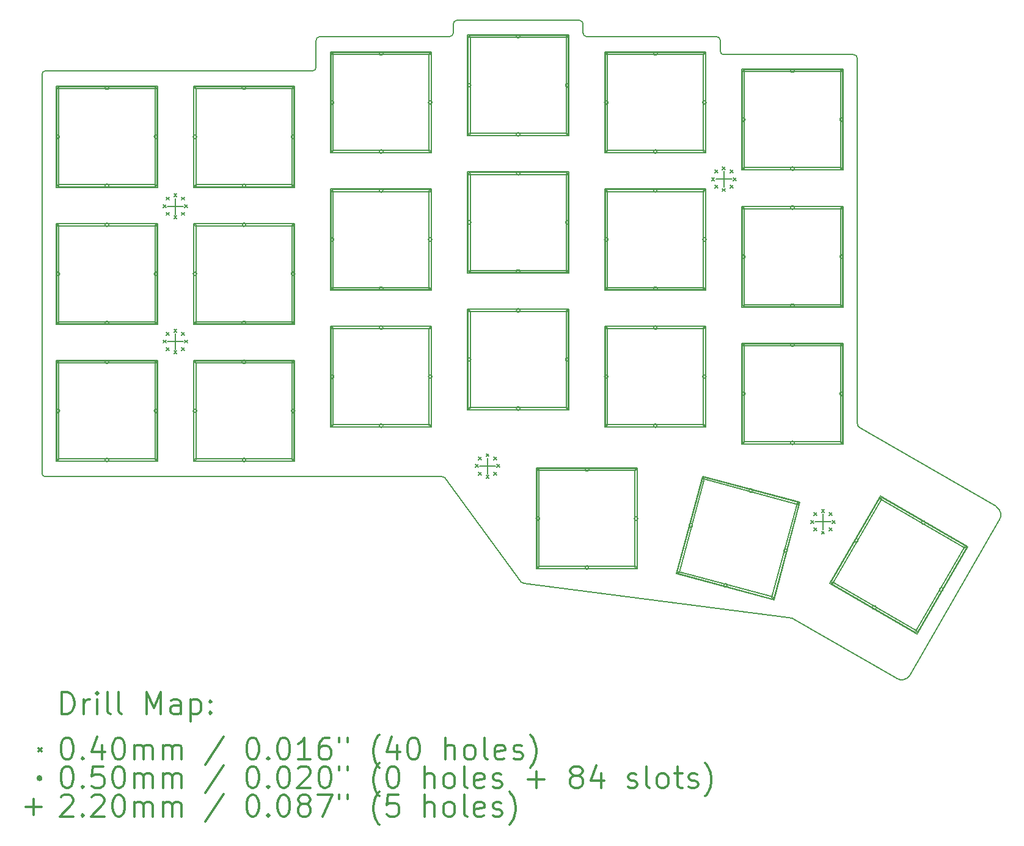
<source format=gbr>
%FSLAX45Y45*%
G04 Gerber Fmt 4.5, Leading zero omitted, Abs format (unit mm)*
G04 Created by KiCad (PCBNEW 5.1.5+dfsg1-2~bpo10+1) date 2020-09-05 13:18:23*
%MOMM*%
%LPD*%
G04 APERTURE LIST*
%TA.AperFunction,Profile*%
%ADD10C,0.150000*%
%TD*%
%ADD11C,0.200000*%
%ADD12C,0.300000*%
G04 APERTURE END LIST*
D10*
X6300000Y-8412500D02*
X7700000Y-8412500D01*
X6300000Y-7012500D02*
X7700000Y-7012500D01*
X6300000Y-8412500D02*
X6300000Y-7012500D01*
X7700000Y-7012500D02*
X7700000Y-8412500D01*
X18931000Y-13392500D02*
X17719000Y-12692500D01*
X18231000Y-14604500D02*
X18931000Y-13392500D01*
X17019000Y-13904500D02*
X18231000Y-14604500D01*
X17719000Y-12692500D02*
X17019000Y-13904500D01*
X16606000Y-12779500D02*
X15254000Y-12417500D01*
X16244000Y-14131500D02*
X16606000Y-12779500D01*
X14892000Y-13769500D02*
X16244000Y-14131500D01*
X15254000Y-12417500D02*
X14892000Y-13769500D01*
X14353000Y-12303500D02*
X12953000Y-12303500D01*
X14353000Y-13703500D02*
X14353000Y-12303500D01*
X12953000Y-13703500D02*
X14353000Y-13703500D01*
X12953000Y-12303500D02*
X12953000Y-13703500D01*
X17200000Y-6775000D02*
X17200000Y-8175000D01*
X15800000Y-8175000D02*
X17200000Y-8175000D01*
X15800000Y-11975000D02*
X17200000Y-11975000D01*
X17200000Y-10575000D02*
X17200000Y-11975000D01*
X15800000Y-11975000D02*
X15800000Y-10575000D01*
X15800000Y-10075000D02*
X17200000Y-10075000D01*
X15800000Y-8175000D02*
X15800000Y-6775000D01*
X15800000Y-10575000D02*
X17200000Y-10575000D01*
X17200000Y-8675000D02*
X17200000Y-10075000D01*
X15800000Y-10075000D02*
X15800000Y-8675000D01*
X15800000Y-8675000D02*
X17200000Y-8675000D01*
X15300000Y-6537500D02*
X15300000Y-7937500D01*
X13900000Y-7937500D02*
X15300000Y-7937500D01*
X13900000Y-11737500D02*
X15300000Y-11737500D01*
X15300000Y-10337500D02*
X15300000Y-11737500D01*
X13900000Y-11737500D02*
X13900000Y-10337500D01*
X13900000Y-9837500D02*
X15300000Y-9837500D01*
X13900000Y-7937500D02*
X13900000Y-6537500D01*
X13900000Y-10337500D02*
X15300000Y-10337500D01*
X15300000Y-8437500D02*
X15300000Y-9837500D01*
X13900000Y-9837500D02*
X13900000Y-8437500D01*
X13900000Y-8437500D02*
X15300000Y-8437500D01*
X12000000Y-11500000D02*
X13400000Y-11500000D01*
X13400000Y-8200000D02*
X13400000Y-9600000D01*
X12000000Y-9600000D02*
X12000000Y-8200000D01*
X12000000Y-8200000D02*
X13400000Y-8200000D01*
X12000000Y-9600000D02*
X13400000Y-9600000D01*
X12000000Y-7700000D02*
X13400000Y-7700000D01*
X13400000Y-10100000D02*
X13400000Y-11500000D01*
X12000000Y-11500000D02*
X12000000Y-10100000D01*
X12000000Y-10100000D02*
X13400000Y-10100000D01*
X13400000Y-6300000D02*
X13400000Y-7700000D01*
X12000000Y-7700000D02*
X12000000Y-6300000D01*
X11500000Y-6537500D02*
X11500000Y-7937500D01*
X10100000Y-7937500D02*
X10100000Y-6537500D01*
X10100000Y-7937500D02*
X11500000Y-7937500D01*
X11500000Y-10337500D02*
X11500000Y-11737500D01*
X10100000Y-11737500D02*
X10100000Y-10337500D01*
X10100000Y-10337500D02*
X11500000Y-10337500D01*
X10100000Y-11737500D02*
X11500000Y-11737500D01*
X11500000Y-8437500D02*
X11500000Y-9837500D01*
X10100000Y-9837500D02*
X10100000Y-8437500D01*
X10100000Y-8437500D02*
X11500000Y-8437500D01*
X10100000Y-9837500D02*
X11500000Y-9837500D01*
X15800000Y-6775000D02*
X17200000Y-6775000D01*
X13900000Y-6537500D02*
X15300000Y-6537500D01*
X12000000Y-6300000D02*
X13400000Y-6300000D01*
X10100000Y-6537500D02*
X11500000Y-6537500D01*
X9600000Y-7012500D02*
X9600000Y-8412500D01*
X8200000Y-8412500D02*
X8200000Y-7012500D01*
X8200000Y-7012500D02*
X9600000Y-7012500D01*
X8200000Y-8412500D02*
X9600000Y-8412500D01*
X9600000Y-10812500D02*
X9600000Y-12212500D01*
X8200000Y-12212500D02*
X8200000Y-10812500D01*
X8200000Y-10812500D02*
X9600000Y-10812500D01*
X8200000Y-12212500D02*
X9600000Y-12212500D01*
X9600000Y-8912500D02*
X9600000Y-10312500D01*
X8200000Y-10312500D02*
X8200000Y-8912500D01*
X8200000Y-8912500D02*
X9600000Y-8912500D01*
X8200000Y-10312500D02*
X9600000Y-10312500D01*
X7700000Y-10812500D02*
X7700000Y-12212500D01*
X6300000Y-12212500D02*
X6300000Y-10812500D01*
X6300000Y-10812500D02*
X7700000Y-10812500D01*
X6300000Y-12212500D02*
X7700000Y-12212500D01*
X7700000Y-8912500D02*
X7700000Y-10312500D01*
X6300000Y-10312500D02*
X6300000Y-8912500D01*
X6300000Y-8912500D02*
X7700000Y-8912500D01*
X6300000Y-10312500D02*
X7700000Y-10312500D01*
X17435000Y-11747500D02*
G75*
G02X17399728Y-11681019I49728J68981D01*
G01*
X19327051Y-12839699D02*
G75*
G02X19365000Y-13032500I-77051J-115301D01*
G01*
X19327051Y-12839699D02*
X17435000Y-11747500D01*
X18129726Y-15178146D02*
G75*
G02X17936925Y-15216096I-115301J77051D01*
G01*
X16442056Y-14377034D02*
G75*
G02X16507500Y-14390000I-33315J-339810D01*
G01*
X18129726Y-15178146D02*
X19365000Y-13032500D01*
X16507500Y-14390000D02*
X17936925Y-15216096D01*
X12775000Y-13900000D02*
X16442056Y-14377034D01*
X12739645Y-13885355D02*
G75*
G03X12775000Y-13900000I35355J35355D01*
G01*
X11685355Y-12439645D02*
X12739645Y-13885355D01*
X17400000Y-6625000D02*
X17399728Y-11681019D01*
X17400000Y-6625000D02*
G75*
G03X17350000Y-6575000I-50000J0D01*
G01*
X11685355Y-12439645D02*
G75*
G03X11650000Y-12425000I-35355J-35355D01*
G01*
X6100000Y-12375000D02*
G75*
G03X6150000Y-12425000I50000J0D01*
G01*
X6150000Y-6800000D02*
G75*
G03X6100000Y-6850000I0J-50000D01*
G01*
X9850000Y-6800000D02*
G75*
G03X9900000Y-6750000I0J50000D01*
G01*
X9950000Y-6325000D02*
G75*
G03X9900000Y-6375000I0J-50000D01*
G01*
X11750000Y-6325000D02*
G75*
G03X11800000Y-6275000I0J50000D01*
G01*
X11850000Y-6100000D02*
G75*
G03X11800000Y-6150000I0J-50000D01*
G01*
X13600000Y-6150000D02*
G75*
G03X13550000Y-6100000I-50000J0D01*
G01*
X13600000Y-6275000D02*
G75*
G03X13650000Y-6325000I50000J0D01*
G01*
X15500000Y-6375000D02*
G75*
G03X15450000Y-6325000I-50000J0D01*
G01*
X15500000Y-6525000D02*
G75*
G03X15550000Y-6575000I50000J0D01*
G01*
X11650000Y-12425000D02*
X6150000Y-12425000D01*
X6100000Y-6850000D02*
X6100000Y-12375000D01*
X9850000Y-6800000D02*
X6150000Y-6800000D01*
X9900000Y-6375000D02*
X9900000Y-6750000D01*
X11750000Y-6325000D02*
X9950000Y-6325000D01*
X11800000Y-6150000D02*
X11800000Y-6275000D01*
X13550000Y-6100000D02*
X11850000Y-6100000D01*
X13600000Y-6275000D02*
X13600000Y-6150000D01*
X15450000Y-6325000D02*
X13650000Y-6325000D01*
X15500000Y-6525000D02*
X15500000Y-6375000D01*
X17350000Y-6575000D02*
X15550000Y-6575000D01*
D11*
X16755000Y-13030000D02*
X16795000Y-13070000D01*
X16795000Y-13030000D02*
X16755000Y-13070000D01*
X16799000Y-12924000D02*
X16839000Y-12964000D01*
X16839000Y-12924000D02*
X16799000Y-12964000D01*
X16799000Y-13136000D02*
X16839000Y-13176000D01*
X16839000Y-13136000D02*
X16799000Y-13176000D01*
X16905000Y-12880000D02*
X16945000Y-12920000D01*
X16945000Y-12880000D02*
X16905000Y-12920000D01*
X16905000Y-13180000D02*
X16945000Y-13220000D01*
X16945000Y-13180000D02*
X16905000Y-13220000D01*
X17011000Y-12924000D02*
X17051000Y-12964000D01*
X17051000Y-12924000D02*
X17011000Y-12964000D01*
X17011000Y-13136000D02*
X17051000Y-13176000D01*
X17051000Y-13136000D02*
X17011000Y-13176000D01*
X17055000Y-13030000D02*
X17095000Y-13070000D01*
X17095000Y-13030000D02*
X17055000Y-13070000D01*
X15380000Y-8280000D02*
X15420000Y-8320000D01*
X15420000Y-8280000D02*
X15380000Y-8320000D01*
X15424000Y-8174000D02*
X15464000Y-8214000D01*
X15464000Y-8174000D02*
X15424000Y-8214000D01*
X15424000Y-8386000D02*
X15464000Y-8426000D01*
X15464000Y-8386000D02*
X15424000Y-8426000D01*
X15530000Y-8130000D02*
X15570000Y-8170000D01*
X15570000Y-8130000D02*
X15530000Y-8170000D01*
X15530000Y-8430000D02*
X15570000Y-8470000D01*
X15570000Y-8430000D02*
X15530000Y-8470000D01*
X15636000Y-8174000D02*
X15676000Y-8214000D01*
X15676000Y-8174000D02*
X15636000Y-8214000D01*
X15636000Y-8386000D02*
X15676000Y-8426000D01*
X15676000Y-8386000D02*
X15636000Y-8426000D01*
X15680000Y-8280000D02*
X15720000Y-8320000D01*
X15720000Y-8280000D02*
X15680000Y-8320000D01*
X7780000Y-8655000D02*
X7820000Y-8695000D01*
X7820000Y-8655000D02*
X7780000Y-8695000D01*
X7824000Y-8549000D02*
X7864000Y-8589000D01*
X7864000Y-8549000D02*
X7824000Y-8589000D01*
X7824000Y-8761000D02*
X7864000Y-8801000D01*
X7864000Y-8761000D02*
X7824000Y-8801000D01*
X7930000Y-8505000D02*
X7970000Y-8545000D01*
X7970000Y-8505000D02*
X7930000Y-8545000D01*
X7930000Y-8805000D02*
X7970000Y-8845000D01*
X7970000Y-8805000D02*
X7930000Y-8845000D01*
X8036000Y-8549000D02*
X8076000Y-8589000D01*
X8076000Y-8549000D02*
X8036000Y-8589000D01*
X8036000Y-8761000D02*
X8076000Y-8801000D01*
X8076000Y-8761000D02*
X8036000Y-8801000D01*
X8080000Y-8655000D02*
X8120000Y-8695000D01*
X8120000Y-8655000D02*
X8080000Y-8695000D01*
X12105000Y-12255000D02*
X12145000Y-12295000D01*
X12145000Y-12255000D02*
X12105000Y-12295000D01*
X12149000Y-12149000D02*
X12189000Y-12189000D01*
X12189000Y-12149000D02*
X12149000Y-12189000D01*
X12149000Y-12361000D02*
X12189000Y-12401000D01*
X12189000Y-12361000D02*
X12149000Y-12401000D01*
X12255000Y-12105000D02*
X12295000Y-12145000D01*
X12295000Y-12105000D02*
X12255000Y-12145000D01*
X12255000Y-12405000D02*
X12295000Y-12445000D01*
X12295000Y-12405000D02*
X12255000Y-12445000D01*
X12361000Y-12149000D02*
X12401000Y-12189000D01*
X12401000Y-12149000D02*
X12361000Y-12189000D01*
X12361000Y-12361000D02*
X12401000Y-12401000D01*
X12401000Y-12361000D02*
X12361000Y-12401000D01*
X12405000Y-12255000D02*
X12445000Y-12295000D01*
X12445000Y-12255000D02*
X12405000Y-12295000D01*
X7780000Y-10530000D02*
X7820000Y-10570000D01*
X7820000Y-10530000D02*
X7780000Y-10570000D01*
X7824000Y-10424000D02*
X7864000Y-10464000D01*
X7864000Y-10424000D02*
X7824000Y-10464000D01*
X7824000Y-10636000D02*
X7864000Y-10676000D01*
X7864000Y-10636000D02*
X7824000Y-10676000D01*
X7930000Y-10380000D02*
X7970000Y-10420000D01*
X7970000Y-10380000D02*
X7930000Y-10420000D01*
X7930000Y-10680000D02*
X7970000Y-10720000D01*
X7970000Y-10680000D02*
X7930000Y-10720000D01*
X8036000Y-10424000D02*
X8076000Y-10464000D01*
X8076000Y-10424000D02*
X8036000Y-10464000D01*
X8036000Y-10636000D02*
X8076000Y-10676000D01*
X8076000Y-10636000D02*
X8036000Y-10676000D01*
X8080000Y-10530000D02*
X8120000Y-10570000D01*
X8120000Y-10530000D02*
X8080000Y-10570000D01*
X12046000Y-8900000D02*
G75*
G03X12046000Y-8900000I-25000J0D01*
G01*
X12006000Y-8225000D02*
X12006000Y-9575000D01*
X12036000Y-8225000D02*
X12036000Y-9575000D01*
X12006000Y-9575000D02*
G75*
G03X12036000Y-9575000I15000J0D01*
G01*
X12036000Y-8225000D02*
G75*
G03X12006000Y-8225000I-15000J0D01*
G01*
X12726000Y-8220000D02*
G75*
G03X12726000Y-8220000I-25000J0D01*
G01*
X12026000Y-8235000D02*
X13376000Y-8235000D01*
X12026000Y-8205000D02*
X13376000Y-8205000D01*
X13376000Y-8235000D02*
G75*
G03X13376000Y-8205000I0J15000D01*
G01*
X12026000Y-8205000D02*
G75*
G03X12026000Y-8235000I0J-15000D01*
G01*
X12726000Y-9580000D02*
G75*
G03X12726000Y-9580000I-25000J0D01*
G01*
X12026000Y-9595000D02*
X13376000Y-9595000D01*
X12026000Y-9565000D02*
X13376000Y-9565000D01*
X13376000Y-9595000D02*
G75*
G03X13376000Y-9565000I0J15000D01*
G01*
X12026000Y-9565000D02*
G75*
G03X12026000Y-9595000I0J-15000D01*
G01*
X13406000Y-8900000D02*
G75*
G03X13406000Y-8900000I-25000J0D01*
G01*
X13366000Y-8225000D02*
X13366000Y-9575000D01*
X13396000Y-8225000D02*
X13396000Y-9575000D01*
X13366000Y-9575000D02*
G75*
G03X13396000Y-9575000I15000J0D01*
G01*
X13396000Y-8225000D02*
G75*
G03X13366000Y-8225000I-15000J0D01*
G01*
X15117370Y-13098403D02*
G75*
G03X15117370Y-13098403I-25000J0D01*
G01*
X15252584Y-12442521D02*
X14903179Y-13746521D01*
X15281562Y-12450285D02*
X14932156Y-13754285D01*
X14903179Y-13746521D02*
G75*
G03X14932156Y-13754285I14489J-3882D01*
G01*
X15281562Y-12450285D02*
G75*
G03X15252584Y-12442521I-14489J3882D01*
G01*
X15598203Y-13931230D02*
G75*
G03X15598203Y-13931230I-25000J0D01*
G01*
X14917321Y-13771016D02*
X16221321Y-14120421D01*
X14925085Y-13742038D02*
X16229085Y-14091444D01*
X16221321Y-14120421D02*
G75*
G03X16229085Y-14091444I3882J14489D01*
G01*
X14925085Y-13742038D02*
G75*
G03X14917321Y-13771016I-3882J-14489D01*
G01*
X15950197Y-12617570D02*
G75*
G03X15950197Y-12617570I-25000J0D01*
G01*
X15269315Y-12457356D02*
X16573315Y-12806762D01*
X15277079Y-12428379D02*
X16581079Y-12777784D01*
X16573315Y-12806762D02*
G75*
G03X16581079Y-12777784I3882J14489D01*
G01*
X15277079Y-12428379D02*
G75*
G03X15269315Y-12457356I-3882J-14489D01*
G01*
X16431030Y-13450397D02*
G75*
G03X16431030Y-13450397I-25000J0D01*
G01*
X16566244Y-12794515D02*
X16216838Y-14098515D01*
X16595221Y-12802279D02*
X16245816Y-14106279D01*
X16216838Y-14098515D02*
G75*
G03X16245816Y-14106279I14489J-3882D01*
G01*
X16595221Y-12802279D02*
G75*
G03X16566244Y-12794515I-14489J3882D01*
G01*
X13946000Y-11037500D02*
G75*
G03X13946000Y-11037500I-25000J0D01*
G01*
X13906000Y-10362500D02*
X13906000Y-11712500D01*
X13936000Y-10362500D02*
X13936000Y-11712500D01*
X13906000Y-11712500D02*
G75*
G03X13936000Y-11712500I15000J0D01*
G01*
X13936000Y-10362500D02*
G75*
G03X13906000Y-10362500I-15000J0D01*
G01*
X14626000Y-10357500D02*
G75*
G03X14626000Y-10357500I-25000J0D01*
G01*
X13926000Y-10372500D02*
X15276000Y-10372500D01*
X13926000Y-10342500D02*
X15276000Y-10342500D01*
X15276000Y-10372500D02*
G75*
G03X15276000Y-10342500I0J15000D01*
G01*
X13926000Y-10342500D02*
G75*
G03X13926000Y-10372500I0J-15000D01*
G01*
X14626000Y-11717500D02*
G75*
G03X14626000Y-11717500I-25000J0D01*
G01*
X13926000Y-11732500D02*
X15276000Y-11732500D01*
X13926000Y-11702500D02*
X15276000Y-11702500D01*
X15276000Y-11732500D02*
G75*
G03X15276000Y-11702500I0J15000D01*
G01*
X13926000Y-11702500D02*
G75*
G03X13926000Y-11732500I0J-15000D01*
G01*
X15306000Y-11037500D02*
G75*
G03X15306000Y-11037500I-25000J0D01*
G01*
X15266000Y-10362500D02*
X15266000Y-11712500D01*
X15296000Y-10362500D02*
X15296000Y-11712500D01*
X15266000Y-11712500D02*
G75*
G03X15296000Y-11712500I15000J0D01*
G01*
X15296000Y-10362500D02*
G75*
G03X15266000Y-10362500I-15000J0D01*
G01*
X12046000Y-10800000D02*
G75*
G03X12046000Y-10800000I-25000J0D01*
G01*
X12006000Y-10125000D02*
X12006000Y-11475000D01*
X12036000Y-10125000D02*
X12036000Y-11475000D01*
X12006000Y-11475000D02*
G75*
G03X12036000Y-11475000I15000J0D01*
G01*
X12036000Y-10125000D02*
G75*
G03X12006000Y-10125000I-15000J0D01*
G01*
X12726000Y-10120000D02*
G75*
G03X12726000Y-10120000I-25000J0D01*
G01*
X12026000Y-10135000D02*
X13376000Y-10135000D01*
X12026000Y-10105000D02*
X13376000Y-10105000D01*
X13376000Y-10135000D02*
G75*
G03X13376000Y-10105000I0J15000D01*
G01*
X12026000Y-10105000D02*
G75*
G03X12026000Y-10135000I0J-15000D01*
G01*
X12726000Y-11480000D02*
G75*
G03X12726000Y-11480000I-25000J0D01*
G01*
X12026000Y-11495000D02*
X13376000Y-11495000D01*
X12026000Y-11465000D02*
X13376000Y-11465000D01*
X13376000Y-11495000D02*
G75*
G03X13376000Y-11465000I0J15000D01*
G01*
X12026000Y-11465000D02*
G75*
G03X12026000Y-11495000I0J-15000D01*
G01*
X13406000Y-10800000D02*
G75*
G03X13406000Y-10800000I-25000J0D01*
G01*
X13366000Y-10125000D02*
X13366000Y-11475000D01*
X13396000Y-10125000D02*
X13396000Y-11475000D01*
X13366000Y-11475000D02*
G75*
G03X13396000Y-11475000I15000J0D01*
G01*
X13396000Y-10125000D02*
G75*
G03X13366000Y-10125000I-15000J0D01*
G01*
X8246000Y-7712500D02*
G75*
G03X8246000Y-7712500I-25000J0D01*
G01*
X8206000Y-7037500D02*
X8206000Y-8387500D01*
X8236000Y-7037500D02*
X8236000Y-8387500D01*
X8206000Y-8387500D02*
G75*
G03X8236000Y-8387500I15000J0D01*
G01*
X8236000Y-7037500D02*
G75*
G03X8206000Y-7037500I-15000J0D01*
G01*
X8926000Y-7032500D02*
G75*
G03X8926000Y-7032500I-25000J0D01*
G01*
X8226000Y-7047500D02*
X9576000Y-7047500D01*
X8226000Y-7017500D02*
X9576000Y-7017500D01*
X9576000Y-7047500D02*
G75*
G03X9576000Y-7017500I0J15000D01*
G01*
X8226000Y-7017500D02*
G75*
G03X8226000Y-7047500I0J-15000D01*
G01*
X8926000Y-8392500D02*
G75*
G03X8926000Y-8392500I-25000J0D01*
G01*
X8226000Y-8407500D02*
X9576000Y-8407500D01*
X8226000Y-8377500D02*
X9576000Y-8377500D01*
X9576000Y-8407500D02*
G75*
G03X9576000Y-8377500I0J15000D01*
G01*
X8226000Y-8377500D02*
G75*
G03X8226000Y-8407500I0J-15000D01*
G01*
X9606000Y-7712500D02*
G75*
G03X9606000Y-7712500I-25000J0D01*
G01*
X9566000Y-7037500D02*
X9566000Y-8387500D01*
X9596000Y-7037500D02*
X9596000Y-8387500D01*
X9566000Y-8387500D02*
G75*
G03X9596000Y-8387500I15000J0D01*
G01*
X9596000Y-7037500D02*
G75*
G03X9566000Y-7037500I-15000J0D01*
G01*
X12998000Y-13003500D02*
G75*
G03X12998000Y-13003500I-25000J0D01*
G01*
X12958000Y-12328500D02*
X12958000Y-13678500D01*
X12988000Y-12328500D02*
X12988000Y-13678500D01*
X12958000Y-13678500D02*
G75*
G03X12988000Y-13678500I15000J0D01*
G01*
X12988000Y-12328500D02*
G75*
G03X12958000Y-12328500I-15000J0D01*
G01*
X13678000Y-12323500D02*
G75*
G03X13678000Y-12323500I-25000J0D01*
G01*
X12978000Y-12338500D02*
X14328000Y-12338500D01*
X12978000Y-12308500D02*
X14328000Y-12308500D01*
X14328000Y-12338500D02*
G75*
G03X14328000Y-12308500I0J15000D01*
G01*
X12978000Y-12308500D02*
G75*
G03X12978000Y-12338500I0J-15000D01*
G01*
X13678000Y-13683500D02*
G75*
G03X13678000Y-13683500I-25000J0D01*
G01*
X12978000Y-13698500D02*
X14328000Y-13698500D01*
X12978000Y-13668500D02*
X14328000Y-13668500D01*
X14328000Y-13698500D02*
G75*
G03X14328000Y-13668500I0J15000D01*
G01*
X12978000Y-13668500D02*
G75*
G03X12978000Y-13698500I0J-15000D01*
G01*
X14358000Y-13003500D02*
G75*
G03X14358000Y-13003500I-25000J0D01*
G01*
X14318000Y-12328500D02*
X14318000Y-13678500D01*
X14348000Y-12328500D02*
X14348000Y-13678500D01*
X14318000Y-13678500D02*
G75*
G03X14348000Y-13678500I15000J0D01*
G01*
X14348000Y-12328500D02*
G75*
G03X14318000Y-12328500I-15000J0D01*
G01*
X15846000Y-11275000D02*
G75*
G03X15846000Y-11275000I-25000J0D01*
G01*
X15806000Y-10600000D02*
X15806000Y-11950000D01*
X15836000Y-10600000D02*
X15836000Y-11950000D01*
X15806000Y-11950000D02*
G75*
G03X15836000Y-11950000I15000J0D01*
G01*
X15836000Y-10600000D02*
G75*
G03X15806000Y-10600000I-15000J0D01*
G01*
X16526000Y-10595000D02*
G75*
G03X16526000Y-10595000I-25000J0D01*
G01*
X15826000Y-10610000D02*
X17176000Y-10610000D01*
X15826000Y-10580000D02*
X17176000Y-10580000D01*
X17176000Y-10610000D02*
G75*
G03X17176000Y-10580000I0J15000D01*
G01*
X15826000Y-10580000D02*
G75*
G03X15826000Y-10610000I0J-15000D01*
G01*
X16526000Y-11955000D02*
G75*
G03X16526000Y-11955000I-25000J0D01*
G01*
X15826000Y-11970000D02*
X17176000Y-11970000D01*
X15826000Y-11940000D02*
X17176000Y-11940000D01*
X17176000Y-11970000D02*
G75*
G03X17176000Y-11940000I0J15000D01*
G01*
X15826000Y-11940000D02*
G75*
G03X15826000Y-11970000I0J-15000D01*
G01*
X17206000Y-11275000D02*
G75*
G03X17206000Y-11275000I-25000J0D01*
G01*
X17166000Y-10600000D02*
X17166000Y-11950000D01*
X17196000Y-10600000D02*
X17196000Y-11950000D01*
X17166000Y-11950000D02*
G75*
G03X17196000Y-11950000I15000J0D01*
G01*
X17196000Y-10600000D02*
G75*
G03X17166000Y-10600000I-15000J0D01*
G01*
X12046000Y-7000000D02*
G75*
G03X12046000Y-7000000I-25000J0D01*
G01*
X12006000Y-6325000D02*
X12006000Y-7675000D01*
X12036000Y-6325000D02*
X12036000Y-7675000D01*
X12006000Y-7675000D02*
G75*
G03X12036000Y-7675000I15000J0D01*
G01*
X12036000Y-6325000D02*
G75*
G03X12006000Y-6325000I-15000J0D01*
G01*
X12726000Y-6320000D02*
G75*
G03X12726000Y-6320000I-25000J0D01*
G01*
X12026000Y-6335000D02*
X13376000Y-6335000D01*
X12026000Y-6305000D02*
X13376000Y-6305000D01*
X13376000Y-6335000D02*
G75*
G03X13376000Y-6305000I0J15000D01*
G01*
X12026000Y-6305000D02*
G75*
G03X12026000Y-6335000I0J-15000D01*
G01*
X12726000Y-7680000D02*
G75*
G03X12726000Y-7680000I-25000J0D01*
G01*
X12026000Y-7695000D02*
X13376000Y-7695000D01*
X12026000Y-7665000D02*
X13376000Y-7665000D01*
X13376000Y-7695000D02*
G75*
G03X13376000Y-7665000I0J15000D01*
G01*
X12026000Y-7665000D02*
G75*
G03X12026000Y-7695000I0J-15000D01*
G01*
X13406000Y-7000000D02*
G75*
G03X13406000Y-7000000I-25000J0D01*
G01*
X13366000Y-6325000D02*
X13366000Y-7675000D01*
X13396000Y-6325000D02*
X13396000Y-7675000D01*
X13366000Y-7675000D02*
G75*
G03X13396000Y-7675000I15000J0D01*
G01*
X13396000Y-6325000D02*
G75*
G03X13366000Y-6325000I-15000J0D01*
G01*
X6346000Y-11512500D02*
G75*
G03X6346000Y-11512500I-25000J0D01*
G01*
X6306000Y-10837500D02*
X6306000Y-12187500D01*
X6336000Y-10837500D02*
X6336000Y-12187500D01*
X6306000Y-12187500D02*
G75*
G03X6336000Y-12187500I15000J0D01*
G01*
X6336000Y-10837500D02*
G75*
G03X6306000Y-10837500I-15000J0D01*
G01*
X7026000Y-10832500D02*
G75*
G03X7026000Y-10832500I-25000J0D01*
G01*
X6326000Y-10847500D02*
X7676000Y-10847500D01*
X6326000Y-10817500D02*
X7676000Y-10817500D01*
X7676000Y-10847500D02*
G75*
G03X7676000Y-10817500I0J15000D01*
G01*
X6326000Y-10817500D02*
G75*
G03X6326000Y-10847500I0J-15000D01*
G01*
X7026000Y-12192500D02*
G75*
G03X7026000Y-12192500I-25000J0D01*
G01*
X6326000Y-12207500D02*
X7676000Y-12207500D01*
X6326000Y-12177500D02*
X7676000Y-12177500D01*
X7676000Y-12207500D02*
G75*
G03X7676000Y-12177500I0J15000D01*
G01*
X6326000Y-12177500D02*
G75*
G03X6326000Y-12207500I0J-15000D01*
G01*
X7706000Y-11512500D02*
G75*
G03X7706000Y-11512500I-25000J0D01*
G01*
X7666000Y-10837500D02*
X7666000Y-12187500D01*
X7696000Y-10837500D02*
X7696000Y-12187500D01*
X7666000Y-12187500D02*
G75*
G03X7696000Y-12187500I15000J0D01*
G01*
X7696000Y-10837500D02*
G75*
G03X7666000Y-10837500I-15000J0D01*
G01*
X6346000Y-9612500D02*
G75*
G03X6346000Y-9612500I-25000J0D01*
G01*
X6306000Y-8937500D02*
X6306000Y-10287500D01*
X6336000Y-8937500D02*
X6336000Y-10287500D01*
X6306000Y-10287500D02*
G75*
G03X6336000Y-10287500I15000J0D01*
G01*
X6336000Y-8937500D02*
G75*
G03X6306000Y-8937500I-15000J0D01*
G01*
X7026000Y-8932500D02*
G75*
G03X7026000Y-8932500I-25000J0D01*
G01*
X6326000Y-8947500D02*
X7676000Y-8947500D01*
X6326000Y-8917500D02*
X7676000Y-8917500D01*
X7676000Y-8947500D02*
G75*
G03X7676000Y-8917500I0J15000D01*
G01*
X6326000Y-8917500D02*
G75*
G03X6326000Y-8947500I0J-15000D01*
G01*
X7026000Y-10292500D02*
G75*
G03X7026000Y-10292500I-25000J0D01*
G01*
X6326000Y-10307500D02*
X7676000Y-10307500D01*
X6326000Y-10277500D02*
X7676000Y-10277500D01*
X7676000Y-10307500D02*
G75*
G03X7676000Y-10277500I0J15000D01*
G01*
X6326000Y-10277500D02*
G75*
G03X6326000Y-10307500I0J-15000D01*
G01*
X7706000Y-9612500D02*
G75*
G03X7706000Y-9612500I-25000J0D01*
G01*
X7666000Y-8937500D02*
X7666000Y-10287500D01*
X7696000Y-8937500D02*
X7696000Y-10287500D01*
X7666000Y-10287500D02*
G75*
G03X7696000Y-10287500I15000J0D01*
G01*
X7696000Y-8937500D02*
G75*
G03X7666000Y-8937500I-15000J0D01*
G01*
X15846000Y-7475000D02*
G75*
G03X15846000Y-7475000I-25000J0D01*
G01*
X15806000Y-6800000D02*
X15806000Y-8150000D01*
X15836000Y-6800000D02*
X15836000Y-8150000D01*
X15806000Y-8150000D02*
G75*
G03X15836000Y-8150000I15000J0D01*
G01*
X15836000Y-6800000D02*
G75*
G03X15806000Y-6800000I-15000J0D01*
G01*
X16526000Y-6795000D02*
G75*
G03X16526000Y-6795000I-25000J0D01*
G01*
X15826000Y-6810000D02*
X17176000Y-6810000D01*
X15826000Y-6780000D02*
X17176000Y-6780000D01*
X17176000Y-6810000D02*
G75*
G03X17176000Y-6780000I0J15000D01*
G01*
X15826000Y-6780000D02*
G75*
G03X15826000Y-6810000I0J-15000D01*
G01*
X16526000Y-8155000D02*
G75*
G03X16526000Y-8155000I-25000J0D01*
G01*
X15826000Y-8170000D02*
X17176000Y-8170000D01*
X15826000Y-8140000D02*
X17176000Y-8140000D01*
X17176000Y-8170000D02*
G75*
G03X17176000Y-8140000I0J15000D01*
G01*
X15826000Y-8140000D02*
G75*
G03X15826000Y-8170000I0J-15000D01*
G01*
X17206000Y-7475000D02*
G75*
G03X17206000Y-7475000I-25000J0D01*
G01*
X17166000Y-6800000D02*
X17166000Y-8150000D01*
X17196000Y-6800000D02*
X17196000Y-8150000D01*
X17166000Y-8150000D02*
G75*
G03X17196000Y-8150000I15000J0D01*
G01*
X17196000Y-6800000D02*
G75*
G03X17166000Y-6800000I-15000J0D01*
G01*
X10146000Y-9137500D02*
G75*
G03X10146000Y-9137500I-25000J0D01*
G01*
X10106000Y-8462500D02*
X10106000Y-9812500D01*
X10136000Y-8462500D02*
X10136000Y-9812500D01*
X10106000Y-9812500D02*
G75*
G03X10136000Y-9812500I15000J0D01*
G01*
X10136000Y-8462500D02*
G75*
G03X10106000Y-8462500I-15000J0D01*
G01*
X10826000Y-8457500D02*
G75*
G03X10826000Y-8457500I-25000J0D01*
G01*
X10126000Y-8472500D02*
X11476000Y-8472500D01*
X10126000Y-8442500D02*
X11476000Y-8442500D01*
X11476000Y-8472500D02*
G75*
G03X11476000Y-8442500I0J15000D01*
G01*
X10126000Y-8442500D02*
G75*
G03X10126000Y-8472500I0J-15000D01*
G01*
X10826000Y-9817500D02*
G75*
G03X10826000Y-9817500I-25000J0D01*
G01*
X10126000Y-9832500D02*
X11476000Y-9832500D01*
X10126000Y-9802500D02*
X11476000Y-9802500D01*
X11476000Y-9832500D02*
G75*
G03X11476000Y-9802500I0J15000D01*
G01*
X10126000Y-9802500D02*
G75*
G03X10126000Y-9832500I0J-15000D01*
G01*
X11506000Y-9137500D02*
G75*
G03X11506000Y-9137500I-25000J0D01*
G01*
X11466000Y-8462500D02*
X11466000Y-9812500D01*
X11496000Y-8462500D02*
X11496000Y-9812500D01*
X11466000Y-9812500D02*
G75*
G03X11496000Y-9812500I15000J0D01*
G01*
X11496000Y-8462500D02*
G75*
G03X11466000Y-8462500I-15000J0D01*
G01*
X15846000Y-9375000D02*
G75*
G03X15846000Y-9375000I-25000J0D01*
G01*
X15806000Y-8700000D02*
X15806000Y-10050000D01*
X15836000Y-8700000D02*
X15836000Y-10050000D01*
X15806000Y-10050000D02*
G75*
G03X15836000Y-10050000I15000J0D01*
G01*
X15836000Y-8700000D02*
G75*
G03X15806000Y-8700000I-15000J0D01*
G01*
X16526000Y-8695000D02*
G75*
G03X16526000Y-8695000I-25000J0D01*
G01*
X15826000Y-8710000D02*
X17176000Y-8710000D01*
X15826000Y-8680000D02*
X17176000Y-8680000D01*
X17176000Y-8710000D02*
G75*
G03X17176000Y-8680000I0J15000D01*
G01*
X15826000Y-8680000D02*
G75*
G03X15826000Y-8710000I0J-15000D01*
G01*
X16526000Y-10055000D02*
G75*
G03X16526000Y-10055000I-25000J0D01*
G01*
X15826000Y-10070000D02*
X17176000Y-10070000D01*
X15826000Y-10040000D02*
X17176000Y-10040000D01*
X17176000Y-10070000D02*
G75*
G03X17176000Y-10040000I0J15000D01*
G01*
X15826000Y-10040000D02*
G75*
G03X15826000Y-10070000I0J-15000D01*
G01*
X17206000Y-9375000D02*
G75*
G03X17206000Y-9375000I-25000J0D01*
G01*
X17166000Y-8700000D02*
X17166000Y-10050000D01*
X17196000Y-8700000D02*
X17196000Y-10050000D01*
X17166000Y-10050000D02*
G75*
G03X17196000Y-10050000I15000J0D01*
G01*
X17196000Y-8700000D02*
G75*
G03X17166000Y-8700000I-15000J0D01*
G01*
X10146000Y-11037500D02*
G75*
G03X10146000Y-11037500I-25000J0D01*
G01*
X10106000Y-10362500D02*
X10106000Y-11712500D01*
X10136000Y-10362500D02*
X10136000Y-11712500D01*
X10106000Y-11712500D02*
G75*
G03X10136000Y-11712500I15000J0D01*
G01*
X10136000Y-10362500D02*
G75*
G03X10106000Y-10362500I-15000J0D01*
G01*
X10826000Y-10357500D02*
G75*
G03X10826000Y-10357500I-25000J0D01*
G01*
X10126000Y-10372500D02*
X11476000Y-10372500D01*
X10126000Y-10342500D02*
X11476000Y-10342500D01*
X11476000Y-10372500D02*
G75*
G03X11476000Y-10342500I0J15000D01*
G01*
X10126000Y-10342500D02*
G75*
G03X10126000Y-10372500I0J-15000D01*
G01*
X10826000Y-11717500D02*
G75*
G03X10826000Y-11717500I-25000J0D01*
G01*
X10126000Y-11732500D02*
X11476000Y-11732500D01*
X10126000Y-11702500D02*
X11476000Y-11702500D01*
X11476000Y-11732500D02*
G75*
G03X11476000Y-11702500I0J15000D01*
G01*
X10126000Y-11702500D02*
G75*
G03X10126000Y-11732500I0J-15000D01*
G01*
X11506000Y-11037500D02*
G75*
G03X11506000Y-11037500I-25000J0D01*
G01*
X11466000Y-10362500D02*
X11466000Y-11712500D01*
X11496000Y-10362500D02*
X11496000Y-11712500D01*
X11466000Y-11712500D02*
G75*
G03X11496000Y-11712500I15000J0D01*
G01*
X11496000Y-10362500D02*
G75*
G03X11466000Y-10362500I-15000J0D01*
G01*
X6346000Y-7712500D02*
G75*
G03X6346000Y-7712500I-25000J0D01*
G01*
X6306000Y-7037500D02*
X6306000Y-8387500D01*
X6336000Y-7037500D02*
X6336000Y-8387500D01*
X6306000Y-8387500D02*
G75*
G03X6336000Y-8387500I15000J0D01*
G01*
X6336000Y-7037500D02*
G75*
G03X6306000Y-7037500I-15000J0D01*
G01*
X7026000Y-7032500D02*
G75*
G03X7026000Y-7032500I-25000J0D01*
G01*
X6326000Y-7047500D02*
X7676000Y-7047500D01*
X6326000Y-7017500D02*
X7676000Y-7017500D01*
X7676000Y-7047500D02*
G75*
G03X7676000Y-7017500I0J15000D01*
G01*
X6326000Y-7017500D02*
G75*
G03X6326000Y-7047500I0J-15000D01*
G01*
X7026000Y-8392500D02*
G75*
G03X7026000Y-8392500I-25000J0D01*
G01*
X6326000Y-8407500D02*
X7676000Y-8407500D01*
X6326000Y-8377500D02*
X7676000Y-8377500D01*
X7676000Y-8407500D02*
G75*
G03X7676000Y-8377500I0J15000D01*
G01*
X6326000Y-8377500D02*
G75*
G03X6326000Y-8407500I0J-15000D01*
G01*
X7706000Y-7712500D02*
G75*
G03X7706000Y-7712500I-25000J0D01*
G01*
X7666000Y-7037500D02*
X7666000Y-8387500D01*
X7696000Y-7037500D02*
X7696000Y-8387500D01*
X7666000Y-8387500D02*
G75*
G03X7696000Y-8387500I15000J0D01*
G01*
X7696000Y-7037500D02*
G75*
G03X7666000Y-7037500I-15000J0D01*
G01*
X10146000Y-7237500D02*
G75*
G03X10146000Y-7237500I-25000J0D01*
G01*
X10106000Y-6562500D02*
X10106000Y-7912500D01*
X10136000Y-6562500D02*
X10136000Y-7912500D01*
X10106000Y-7912500D02*
G75*
G03X10136000Y-7912500I15000J0D01*
G01*
X10136000Y-6562500D02*
G75*
G03X10106000Y-6562500I-15000J0D01*
G01*
X10826000Y-6557500D02*
G75*
G03X10826000Y-6557500I-25000J0D01*
G01*
X10126000Y-6572500D02*
X11476000Y-6572500D01*
X10126000Y-6542500D02*
X11476000Y-6542500D01*
X11476000Y-6572500D02*
G75*
G03X11476000Y-6542500I0J15000D01*
G01*
X10126000Y-6542500D02*
G75*
G03X10126000Y-6572500I0J-15000D01*
G01*
X10826000Y-7917500D02*
G75*
G03X10826000Y-7917500I-25000J0D01*
G01*
X10126000Y-7932500D02*
X11476000Y-7932500D01*
X10126000Y-7902500D02*
X11476000Y-7902500D01*
X11476000Y-7932500D02*
G75*
G03X11476000Y-7902500I0J15000D01*
G01*
X10126000Y-7902500D02*
G75*
G03X10126000Y-7932500I0J-15000D01*
G01*
X11506000Y-7237500D02*
G75*
G03X11506000Y-7237500I-25000J0D01*
G01*
X11466000Y-6562500D02*
X11466000Y-7912500D01*
X11496000Y-6562500D02*
X11496000Y-7912500D01*
X11466000Y-7912500D02*
G75*
G03X11496000Y-7912500I15000J0D01*
G01*
X11496000Y-6562500D02*
G75*
G03X11466000Y-6562500I-15000J0D01*
G01*
X13946000Y-9137500D02*
G75*
G03X13946000Y-9137500I-25000J0D01*
G01*
X13906000Y-8462500D02*
X13906000Y-9812500D01*
X13936000Y-8462500D02*
X13936000Y-9812500D01*
X13906000Y-9812500D02*
G75*
G03X13936000Y-9812500I15000J0D01*
G01*
X13936000Y-8462500D02*
G75*
G03X13906000Y-8462500I-15000J0D01*
G01*
X14626000Y-8457500D02*
G75*
G03X14626000Y-8457500I-25000J0D01*
G01*
X13926000Y-8472500D02*
X15276000Y-8472500D01*
X13926000Y-8442500D02*
X15276000Y-8442500D01*
X15276000Y-8472500D02*
G75*
G03X15276000Y-8442500I0J15000D01*
G01*
X13926000Y-8442500D02*
G75*
G03X13926000Y-8472500I0J-15000D01*
G01*
X14626000Y-9817500D02*
G75*
G03X14626000Y-9817500I-25000J0D01*
G01*
X13926000Y-9832500D02*
X15276000Y-9832500D01*
X13926000Y-9802500D02*
X15276000Y-9802500D01*
X15276000Y-9832500D02*
G75*
G03X15276000Y-9802500I0J15000D01*
G01*
X13926000Y-9802500D02*
G75*
G03X13926000Y-9832500I0J-15000D01*
G01*
X15306000Y-9137500D02*
G75*
G03X15306000Y-9137500I-25000J0D01*
G01*
X15266000Y-8462500D02*
X15266000Y-9812500D01*
X15296000Y-8462500D02*
X15296000Y-9812500D01*
X15266000Y-9812500D02*
G75*
G03X15296000Y-9812500I15000J0D01*
G01*
X15296000Y-8462500D02*
G75*
G03X15266000Y-8462500I-15000J0D01*
G01*
X13946000Y-7237500D02*
G75*
G03X13946000Y-7237500I-25000J0D01*
G01*
X13906000Y-6562500D02*
X13906000Y-7912500D01*
X13936000Y-6562500D02*
X13936000Y-7912500D01*
X13906000Y-7912500D02*
G75*
G03X13936000Y-7912500I15000J0D01*
G01*
X13936000Y-6562500D02*
G75*
G03X13906000Y-6562500I-15000J0D01*
G01*
X14626000Y-6557500D02*
G75*
G03X14626000Y-6557500I-25000J0D01*
G01*
X13926000Y-6572500D02*
X15276000Y-6572500D01*
X13926000Y-6542500D02*
X15276000Y-6542500D01*
X15276000Y-6572500D02*
G75*
G03X15276000Y-6542500I0J15000D01*
G01*
X13926000Y-6542500D02*
G75*
G03X13926000Y-6572500I0J-15000D01*
G01*
X14626000Y-7917500D02*
G75*
G03X14626000Y-7917500I-25000J0D01*
G01*
X13926000Y-7932500D02*
X15276000Y-7932500D01*
X13926000Y-7902500D02*
X15276000Y-7902500D01*
X15276000Y-7932500D02*
G75*
G03X15276000Y-7902500I0J15000D01*
G01*
X13926000Y-7902500D02*
G75*
G03X13926000Y-7932500I0J-15000D01*
G01*
X15306000Y-7237500D02*
G75*
G03X15306000Y-7237500I-25000J0D01*
G01*
X15266000Y-6562500D02*
X15266000Y-7912500D01*
X15296000Y-6562500D02*
X15296000Y-7912500D01*
X15266000Y-7912500D02*
G75*
G03X15296000Y-7912500I15000J0D01*
G01*
X15296000Y-6562500D02*
G75*
G03X15266000Y-6562500I-15000J0D01*
G01*
X8246000Y-9612500D02*
G75*
G03X8246000Y-9612500I-25000J0D01*
G01*
X8206000Y-8937500D02*
X8206000Y-10287500D01*
X8236000Y-8937500D02*
X8236000Y-10287500D01*
X8206000Y-10287500D02*
G75*
G03X8236000Y-10287500I15000J0D01*
G01*
X8236000Y-8937500D02*
G75*
G03X8206000Y-8937500I-15000J0D01*
G01*
X8926000Y-8932500D02*
G75*
G03X8926000Y-8932500I-25000J0D01*
G01*
X8226000Y-8947500D02*
X9576000Y-8947500D01*
X8226000Y-8917500D02*
X9576000Y-8917500D01*
X9576000Y-8947500D02*
G75*
G03X9576000Y-8917500I0J15000D01*
G01*
X8226000Y-8917500D02*
G75*
G03X8226000Y-8947500I0J-15000D01*
G01*
X8926000Y-10292500D02*
G75*
G03X8926000Y-10292500I-25000J0D01*
G01*
X8226000Y-10307500D02*
X9576000Y-10307500D01*
X8226000Y-10277500D02*
X9576000Y-10277500D01*
X9576000Y-10307500D02*
G75*
G03X9576000Y-10277500I0J15000D01*
G01*
X8226000Y-10277500D02*
G75*
G03X8226000Y-10307500I0J-15000D01*
G01*
X9606000Y-9612500D02*
G75*
G03X9606000Y-9612500I-25000J0D01*
G01*
X9566000Y-8937500D02*
X9566000Y-10287500D01*
X9596000Y-8937500D02*
X9596000Y-10287500D01*
X9566000Y-10287500D02*
G75*
G03X9596000Y-10287500I15000J0D01*
G01*
X9596000Y-8937500D02*
G75*
G03X9566000Y-8937500I-15000J0D01*
G01*
X17411103Y-13308500D02*
G75*
G03X17411103Y-13308500I-25000J0D01*
G01*
X17710612Y-12716433D02*
X17035612Y-13885567D01*
X17736593Y-12731433D02*
X17061593Y-13900567D01*
X17035612Y-13885567D02*
G75*
G03X17061593Y-13900567I12990J-7500D01*
G01*
X17736593Y-12731433D02*
G75*
G03X17710612Y-12716433I-12990J7500D01*
G01*
X17660000Y-14237397D02*
G75*
G03X17660000Y-14237397I-25000J0D01*
G01*
X17042933Y-13912888D02*
X18212067Y-14587888D01*
X17057933Y-13886907D02*
X18227067Y-14561907D01*
X18212067Y-14587888D02*
G75*
G03X18227067Y-14561907I7500J12990D01*
G01*
X17057933Y-13886907D02*
G75*
G03X17042933Y-13912888I-7500J-12990D01*
G01*
X18340000Y-13059603D02*
G75*
G03X18340000Y-13059603I-25000J0D01*
G01*
X17722933Y-12735093D02*
X18892067Y-13410093D01*
X17737933Y-12709112D02*
X18907067Y-13384112D01*
X18892067Y-13410093D02*
G75*
G03X18907067Y-13384112I7500J12990D01*
G01*
X17737933Y-12709112D02*
G75*
G03X17722933Y-12735093I-7500J-12990D01*
G01*
X18588897Y-13988500D02*
G75*
G03X18588897Y-13988500I-25000J0D01*
G01*
X18888407Y-13396433D02*
X18213407Y-14565567D01*
X18914388Y-13411433D02*
X18239388Y-14580567D01*
X18213407Y-14565567D02*
G75*
G03X18239388Y-14580567I12990J-7500D01*
G01*
X18914388Y-13411433D02*
G75*
G03X18888407Y-13396433I-12990J7500D01*
G01*
X8246000Y-11512500D02*
G75*
G03X8246000Y-11512500I-25000J0D01*
G01*
X8206000Y-10837500D02*
X8206000Y-12187500D01*
X8236000Y-10837500D02*
X8236000Y-12187500D01*
X8206000Y-12187500D02*
G75*
G03X8236000Y-12187500I15000J0D01*
G01*
X8236000Y-10837500D02*
G75*
G03X8206000Y-10837500I-15000J0D01*
G01*
X8926000Y-10832500D02*
G75*
G03X8926000Y-10832500I-25000J0D01*
G01*
X8226000Y-10847500D02*
X9576000Y-10847500D01*
X8226000Y-10817500D02*
X9576000Y-10817500D01*
X9576000Y-10847500D02*
G75*
G03X9576000Y-10817500I0J15000D01*
G01*
X8226000Y-10817500D02*
G75*
G03X8226000Y-10847500I0J-15000D01*
G01*
X8926000Y-12192500D02*
G75*
G03X8926000Y-12192500I-25000J0D01*
G01*
X8226000Y-12207500D02*
X9576000Y-12207500D01*
X8226000Y-12177500D02*
X9576000Y-12177500D01*
X9576000Y-12207500D02*
G75*
G03X9576000Y-12177500I0J15000D01*
G01*
X8226000Y-12177500D02*
G75*
G03X8226000Y-12207500I0J-15000D01*
G01*
X9606000Y-11512500D02*
G75*
G03X9606000Y-11512500I-25000J0D01*
G01*
X9566000Y-10837500D02*
X9566000Y-12187500D01*
X9596000Y-10837500D02*
X9596000Y-12187500D01*
X9566000Y-12187500D02*
G75*
G03X9596000Y-12187500I15000J0D01*
G01*
X9596000Y-10837500D02*
G75*
G03X9566000Y-10837500I-15000J0D01*
G01*
X15550000Y-8190000D02*
X15550000Y-8410000D01*
X15440000Y-8300000D02*
X15660000Y-8300000D01*
X7950000Y-8565000D02*
X7950000Y-8785000D01*
X7840000Y-8675000D02*
X8060000Y-8675000D01*
X7950000Y-10440000D02*
X7950000Y-10660000D01*
X7840000Y-10550000D02*
X8060000Y-10550000D01*
X16925000Y-12940000D02*
X16925000Y-13160000D01*
X16815000Y-13050000D02*
X17035000Y-13050000D01*
X12275000Y-12165000D02*
X12275000Y-12385000D01*
X12165000Y-12275000D02*
X12385000Y-12275000D01*
D12*
X6378928Y-15712987D02*
X6378928Y-15412987D01*
X6450357Y-15412987D01*
X6493214Y-15427272D01*
X6521786Y-15455844D01*
X6536071Y-15484415D01*
X6550357Y-15541558D01*
X6550357Y-15584415D01*
X6536071Y-15641558D01*
X6521786Y-15670129D01*
X6493214Y-15698701D01*
X6450357Y-15712987D01*
X6378928Y-15712987D01*
X6678928Y-15712987D02*
X6678928Y-15512987D01*
X6678928Y-15570129D02*
X6693214Y-15541558D01*
X6707500Y-15527272D01*
X6736071Y-15512987D01*
X6764643Y-15512987D01*
X6864643Y-15712987D02*
X6864643Y-15512987D01*
X6864643Y-15412987D02*
X6850357Y-15427272D01*
X6864643Y-15441558D01*
X6878928Y-15427272D01*
X6864643Y-15412987D01*
X6864643Y-15441558D01*
X7050357Y-15712987D02*
X7021786Y-15698701D01*
X7007500Y-15670129D01*
X7007500Y-15412987D01*
X7207500Y-15712987D02*
X7178928Y-15698701D01*
X7164643Y-15670129D01*
X7164643Y-15412987D01*
X7550357Y-15712987D02*
X7550357Y-15412987D01*
X7650357Y-15627272D01*
X7750357Y-15412987D01*
X7750357Y-15712987D01*
X8021786Y-15712987D02*
X8021786Y-15555844D01*
X8007500Y-15527272D01*
X7978928Y-15512987D01*
X7921786Y-15512987D01*
X7893214Y-15527272D01*
X8021786Y-15698701D02*
X7993214Y-15712987D01*
X7921786Y-15712987D01*
X7893214Y-15698701D01*
X7878928Y-15670129D01*
X7878928Y-15641558D01*
X7893214Y-15612987D01*
X7921786Y-15598701D01*
X7993214Y-15598701D01*
X8021786Y-15584415D01*
X8164643Y-15512987D02*
X8164643Y-15812987D01*
X8164643Y-15527272D02*
X8193214Y-15512987D01*
X8250357Y-15512987D01*
X8278928Y-15527272D01*
X8293214Y-15541558D01*
X8307500Y-15570129D01*
X8307500Y-15655844D01*
X8293214Y-15684415D01*
X8278928Y-15698701D01*
X8250357Y-15712987D01*
X8193214Y-15712987D01*
X8164643Y-15698701D01*
X8436071Y-15684415D02*
X8450357Y-15698701D01*
X8436071Y-15712987D01*
X8421786Y-15698701D01*
X8436071Y-15684415D01*
X8436071Y-15712987D01*
X8436071Y-15527272D02*
X8450357Y-15541558D01*
X8436071Y-15555844D01*
X8421786Y-15541558D01*
X8436071Y-15527272D01*
X8436071Y-15555844D01*
X6052500Y-16187272D02*
X6092500Y-16227272D01*
X6092500Y-16187272D02*
X6052500Y-16227272D01*
X6436071Y-16042987D02*
X6464643Y-16042987D01*
X6493214Y-16057272D01*
X6507500Y-16071558D01*
X6521786Y-16100129D01*
X6536071Y-16157272D01*
X6536071Y-16228701D01*
X6521786Y-16285844D01*
X6507500Y-16314415D01*
X6493214Y-16328701D01*
X6464643Y-16342987D01*
X6436071Y-16342987D01*
X6407500Y-16328701D01*
X6393214Y-16314415D01*
X6378928Y-16285844D01*
X6364643Y-16228701D01*
X6364643Y-16157272D01*
X6378928Y-16100129D01*
X6393214Y-16071558D01*
X6407500Y-16057272D01*
X6436071Y-16042987D01*
X6664643Y-16314415D02*
X6678928Y-16328701D01*
X6664643Y-16342987D01*
X6650357Y-16328701D01*
X6664643Y-16314415D01*
X6664643Y-16342987D01*
X6936071Y-16142987D02*
X6936071Y-16342987D01*
X6864643Y-16028701D02*
X6793214Y-16242987D01*
X6978928Y-16242987D01*
X7150357Y-16042987D02*
X7178928Y-16042987D01*
X7207500Y-16057272D01*
X7221786Y-16071558D01*
X7236071Y-16100129D01*
X7250357Y-16157272D01*
X7250357Y-16228701D01*
X7236071Y-16285844D01*
X7221786Y-16314415D01*
X7207500Y-16328701D01*
X7178928Y-16342987D01*
X7150357Y-16342987D01*
X7121786Y-16328701D01*
X7107500Y-16314415D01*
X7093214Y-16285844D01*
X7078928Y-16228701D01*
X7078928Y-16157272D01*
X7093214Y-16100129D01*
X7107500Y-16071558D01*
X7121786Y-16057272D01*
X7150357Y-16042987D01*
X7378928Y-16342987D02*
X7378928Y-16142987D01*
X7378928Y-16171558D02*
X7393214Y-16157272D01*
X7421786Y-16142987D01*
X7464643Y-16142987D01*
X7493214Y-16157272D01*
X7507500Y-16185844D01*
X7507500Y-16342987D01*
X7507500Y-16185844D02*
X7521786Y-16157272D01*
X7550357Y-16142987D01*
X7593214Y-16142987D01*
X7621786Y-16157272D01*
X7636071Y-16185844D01*
X7636071Y-16342987D01*
X7778928Y-16342987D02*
X7778928Y-16142987D01*
X7778928Y-16171558D02*
X7793214Y-16157272D01*
X7821786Y-16142987D01*
X7864643Y-16142987D01*
X7893214Y-16157272D01*
X7907500Y-16185844D01*
X7907500Y-16342987D01*
X7907500Y-16185844D02*
X7921786Y-16157272D01*
X7950357Y-16142987D01*
X7993214Y-16142987D01*
X8021786Y-16157272D01*
X8036071Y-16185844D01*
X8036071Y-16342987D01*
X8621786Y-16028701D02*
X8364643Y-16414415D01*
X9007500Y-16042987D02*
X9036071Y-16042987D01*
X9064643Y-16057272D01*
X9078928Y-16071558D01*
X9093214Y-16100129D01*
X9107500Y-16157272D01*
X9107500Y-16228701D01*
X9093214Y-16285844D01*
X9078928Y-16314415D01*
X9064643Y-16328701D01*
X9036071Y-16342987D01*
X9007500Y-16342987D01*
X8978928Y-16328701D01*
X8964643Y-16314415D01*
X8950357Y-16285844D01*
X8936071Y-16228701D01*
X8936071Y-16157272D01*
X8950357Y-16100129D01*
X8964643Y-16071558D01*
X8978928Y-16057272D01*
X9007500Y-16042987D01*
X9236071Y-16314415D02*
X9250357Y-16328701D01*
X9236071Y-16342987D01*
X9221786Y-16328701D01*
X9236071Y-16314415D01*
X9236071Y-16342987D01*
X9436071Y-16042987D02*
X9464643Y-16042987D01*
X9493214Y-16057272D01*
X9507500Y-16071558D01*
X9521786Y-16100129D01*
X9536071Y-16157272D01*
X9536071Y-16228701D01*
X9521786Y-16285844D01*
X9507500Y-16314415D01*
X9493214Y-16328701D01*
X9464643Y-16342987D01*
X9436071Y-16342987D01*
X9407500Y-16328701D01*
X9393214Y-16314415D01*
X9378928Y-16285844D01*
X9364643Y-16228701D01*
X9364643Y-16157272D01*
X9378928Y-16100129D01*
X9393214Y-16071558D01*
X9407500Y-16057272D01*
X9436071Y-16042987D01*
X9821786Y-16342987D02*
X9650357Y-16342987D01*
X9736071Y-16342987D02*
X9736071Y-16042987D01*
X9707500Y-16085844D01*
X9678928Y-16114415D01*
X9650357Y-16128701D01*
X10078928Y-16042987D02*
X10021786Y-16042987D01*
X9993214Y-16057272D01*
X9978928Y-16071558D01*
X9950357Y-16114415D01*
X9936071Y-16171558D01*
X9936071Y-16285844D01*
X9950357Y-16314415D01*
X9964643Y-16328701D01*
X9993214Y-16342987D01*
X10050357Y-16342987D01*
X10078928Y-16328701D01*
X10093214Y-16314415D01*
X10107500Y-16285844D01*
X10107500Y-16214415D01*
X10093214Y-16185844D01*
X10078928Y-16171558D01*
X10050357Y-16157272D01*
X9993214Y-16157272D01*
X9964643Y-16171558D01*
X9950357Y-16185844D01*
X9936071Y-16214415D01*
X10221786Y-16042987D02*
X10221786Y-16100129D01*
X10336071Y-16042987D02*
X10336071Y-16100129D01*
X10778928Y-16457272D02*
X10764643Y-16442987D01*
X10736071Y-16400129D01*
X10721786Y-16371558D01*
X10707500Y-16328701D01*
X10693214Y-16257272D01*
X10693214Y-16200129D01*
X10707500Y-16128701D01*
X10721786Y-16085844D01*
X10736071Y-16057272D01*
X10764643Y-16014415D01*
X10778928Y-16000129D01*
X11021786Y-16142987D02*
X11021786Y-16342987D01*
X10950357Y-16028701D02*
X10878928Y-16242987D01*
X11064643Y-16242987D01*
X11236071Y-16042987D02*
X11264643Y-16042987D01*
X11293214Y-16057272D01*
X11307500Y-16071558D01*
X11321786Y-16100129D01*
X11336071Y-16157272D01*
X11336071Y-16228701D01*
X11321786Y-16285844D01*
X11307500Y-16314415D01*
X11293214Y-16328701D01*
X11264643Y-16342987D01*
X11236071Y-16342987D01*
X11207500Y-16328701D01*
X11193214Y-16314415D01*
X11178928Y-16285844D01*
X11164643Y-16228701D01*
X11164643Y-16157272D01*
X11178928Y-16100129D01*
X11193214Y-16071558D01*
X11207500Y-16057272D01*
X11236071Y-16042987D01*
X11693214Y-16342987D02*
X11693214Y-16042987D01*
X11821786Y-16342987D02*
X11821786Y-16185844D01*
X11807500Y-16157272D01*
X11778928Y-16142987D01*
X11736071Y-16142987D01*
X11707500Y-16157272D01*
X11693214Y-16171558D01*
X12007500Y-16342987D02*
X11978928Y-16328701D01*
X11964643Y-16314415D01*
X11950357Y-16285844D01*
X11950357Y-16200129D01*
X11964643Y-16171558D01*
X11978928Y-16157272D01*
X12007500Y-16142987D01*
X12050357Y-16142987D01*
X12078928Y-16157272D01*
X12093214Y-16171558D01*
X12107500Y-16200129D01*
X12107500Y-16285844D01*
X12093214Y-16314415D01*
X12078928Y-16328701D01*
X12050357Y-16342987D01*
X12007500Y-16342987D01*
X12278928Y-16342987D02*
X12250357Y-16328701D01*
X12236071Y-16300129D01*
X12236071Y-16042987D01*
X12507500Y-16328701D02*
X12478928Y-16342987D01*
X12421786Y-16342987D01*
X12393214Y-16328701D01*
X12378928Y-16300129D01*
X12378928Y-16185844D01*
X12393214Y-16157272D01*
X12421786Y-16142987D01*
X12478928Y-16142987D01*
X12507500Y-16157272D01*
X12521786Y-16185844D01*
X12521786Y-16214415D01*
X12378928Y-16242987D01*
X12636071Y-16328701D02*
X12664643Y-16342987D01*
X12721786Y-16342987D01*
X12750357Y-16328701D01*
X12764643Y-16300129D01*
X12764643Y-16285844D01*
X12750357Y-16257272D01*
X12721786Y-16242987D01*
X12678928Y-16242987D01*
X12650357Y-16228701D01*
X12636071Y-16200129D01*
X12636071Y-16185844D01*
X12650357Y-16157272D01*
X12678928Y-16142987D01*
X12721786Y-16142987D01*
X12750357Y-16157272D01*
X12864643Y-16457272D02*
X12878928Y-16442987D01*
X12907500Y-16400129D01*
X12921786Y-16371558D01*
X12936071Y-16328701D01*
X12950357Y-16257272D01*
X12950357Y-16200129D01*
X12936071Y-16128701D01*
X12921786Y-16085844D01*
X12907500Y-16057272D01*
X12878928Y-16014415D01*
X12864643Y-16000129D01*
X6092500Y-16603272D02*
G75*
G03X6092500Y-16603272I-25000J0D01*
G01*
X6436071Y-16438987D02*
X6464643Y-16438987D01*
X6493214Y-16453272D01*
X6507500Y-16467558D01*
X6521786Y-16496129D01*
X6536071Y-16553272D01*
X6536071Y-16624701D01*
X6521786Y-16681844D01*
X6507500Y-16710415D01*
X6493214Y-16724701D01*
X6464643Y-16738987D01*
X6436071Y-16738987D01*
X6407500Y-16724701D01*
X6393214Y-16710415D01*
X6378928Y-16681844D01*
X6364643Y-16624701D01*
X6364643Y-16553272D01*
X6378928Y-16496129D01*
X6393214Y-16467558D01*
X6407500Y-16453272D01*
X6436071Y-16438987D01*
X6664643Y-16710415D02*
X6678928Y-16724701D01*
X6664643Y-16738987D01*
X6650357Y-16724701D01*
X6664643Y-16710415D01*
X6664643Y-16738987D01*
X6950357Y-16438987D02*
X6807500Y-16438987D01*
X6793214Y-16581844D01*
X6807500Y-16567558D01*
X6836071Y-16553272D01*
X6907500Y-16553272D01*
X6936071Y-16567558D01*
X6950357Y-16581844D01*
X6964643Y-16610415D01*
X6964643Y-16681844D01*
X6950357Y-16710415D01*
X6936071Y-16724701D01*
X6907500Y-16738987D01*
X6836071Y-16738987D01*
X6807500Y-16724701D01*
X6793214Y-16710415D01*
X7150357Y-16438987D02*
X7178928Y-16438987D01*
X7207500Y-16453272D01*
X7221786Y-16467558D01*
X7236071Y-16496129D01*
X7250357Y-16553272D01*
X7250357Y-16624701D01*
X7236071Y-16681844D01*
X7221786Y-16710415D01*
X7207500Y-16724701D01*
X7178928Y-16738987D01*
X7150357Y-16738987D01*
X7121786Y-16724701D01*
X7107500Y-16710415D01*
X7093214Y-16681844D01*
X7078928Y-16624701D01*
X7078928Y-16553272D01*
X7093214Y-16496129D01*
X7107500Y-16467558D01*
X7121786Y-16453272D01*
X7150357Y-16438987D01*
X7378928Y-16738987D02*
X7378928Y-16538987D01*
X7378928Y-16567558D02*
X7393214Y-16553272D01*
X7421786Y-16538987D01*
X7464643Y-16538987D01*
X7493214Y-16553272D01*
X7507500Y-16581844D01*
X7507500Y-16738987D01*
X7507500Y-16581844D02*
X7521786Y-16553272D01*
X7550357Y-16538987D01*
X7593214Y-16538987D01*
X7621786Y-16553272D01*
X7636071Y-16581844D01*
X7636071Y-16738987D01*
X7778928Y-16738987D02*
X7778928Y-16538987D01*
X7778928Y-16567558D02*
X7793214Y-16553272D01*
X7821786Y-16538987D01*
X7864643Y-16538987D01*
X7893214Y-16553272D01*
X7907500Y-16581844D01*
X7907500Y-16738987D01*
X7907500Y-16581844D02*
X7921786Y-16553272D01*
X7950357Y-16538987D01*
X7993214Y-16538987D01*
X8021786Y-16553272D01*
X8036071Y-16581844D01*
X8036071Y-16738987D01*
X8621786Y-16424701D02*
X8364643Y-16810415D01*
X9007500Y-16438987D02*
X9036071Y-16438987D01*
X9064643Y-16453272D01*
X9078928Y-16467558D01*
X9093214Y-16496129D01*
X9107500Y-16553272D01*
X9107500Y-16624701D01*
X9093214Y-16681844D01*
X9078928Y-16710415D01*
X9064643Y-16724701D01*
X9036071Y-16738987D01*
X9007500Y-16738987D01*
X8978928Y-16724701D01*
X8964643Y-16710415D01*
X8950357Y-16681844D01*
X8936071Y-16624701D01*
X8936071Y-16553272D01*
X8950357Y-16496129D01*
X8964643Y-16467558D01*
X8978928Y-16453272D01*
X9007500Y-16438987D01*
X9236071Y-16710415D02*
X9250357Y-16724701D01*
X9236071Y-16738987D01*
X9221786Y-16724701D01*
X9236071Y-16710415D01*
X9236071Y-16738987D01*
X9436071Y-16438987D02*
X9464643Y-16438987D01*
X9493214Y-16453272D01*
X9507500Y-16467558D01*
X9521786Y-16496129D01*
X9536071Y-16553272D01*
X9536071Y-16624701D01*
X9521786Y-16681844D01*
X9507500Y-16710415D01*
X9493214Y-16724701D01*
X9464643Y-16738987D01*
X9436071Y-16738987D01*
X9407500Y-16724701D01*
X9393214Y-16710415D01*
X9378928Y-16681844D01*
X9364643Y-16624701D01*
X9364643Y-16553272D01*
X9378928Y-16496129D01*
X9393214Y-16467558D01*
X9407500Y-16453272D01*
X9436071Y-16438987D01*
X9650357Y-16467558D02*
X9664643Y-16453272D01*
X9693214Y-16438987D01*
X9764643Y-16438987D01*
X9793214Y-16453272D01*
X9807500Y-16467558D01*
X9821786Y-16496129D01*
X9821786Y-16524701D01*
X9807500Y-16567558D01*
X9636071Y-16738987D01*
X9821786Y-16738987D01*
X10007500Y-16438987D02*
X10036071Y-16438987D01*
X10064643Y-16453272D01*
X10078928Y-16467558D01*
X10093214Y-16496129D01*
X10107500Y-16553272D01*
X10107500Y-16624701D01*
X10093214Y-16681844D01*
X10078928Y-16710415D01*
X10064643Y-16724701D01*
X10036071Y-16738987D01*
X10007500Y-16738987D01*
X9978928Y-16724701D01*
X9964643Y-16710415D01*
X9950357Y-16681844D01*
X9936071Y-16624701D01*
X9936071Y-16553272D01*
X9950357Y-16496129D01*
X9964643Y-16467558D01*
X9978928Y-16453272D01*
X10007500Y-16438987D01*
X10221786Y-16438987D02*
X10221786Y-16496129D01*
X10336071Y-16438987D02*
X10336071Y-16496129D01*
X10778928Y-16853272D02*
X10764643Y-16838987D01*
X10736071Y-16796130D01*
X10721786Y-16767558D01*
X10707500Y-16724701D01*
X10693214Y-16653272D01*
X10693214Y-16596129D01*
X10707500Y-16524701D01*
X10721786Y-16481844D01*
X10736071Y-16453272D01*
X10764643Y-16410415D01*
X10778928Y-16396129D01*
X10950357Y-16438987D02*
X10978928Y-16438987D01*
X11007500Y-16453272D01*
X11021786Y-16467558D01*
X11036071Y-16496129D01*
X11050357Y-16553272D01*
X11050357Y-16624701D01*
X11036071Y-16681844D01*
X11021786Y-16710415D01*
X11007500Y-16724701D01*
X10978928Y-16738987D01*
X10950357Y-16738987D01*
X10921786Y-16724701D01*
X10907500Y-16710415D01*
X10893214Y-16681844D01*
X10878928Y-16624701D01*
X10878928Y-16553272D01*
X10893214Y-16496129D01*
X10907500Y-16467558D01*
X10921786Y-16453272D01*
X10950357Y-16438987D01*
X11407500Y-16738987D02*
X11407500Y-16438987D01*
X11536071Y-16738987D02*
X11536071Y-16581844D01*
X11521786Y-16553272D01*
X11493214Y-16538987D01*
X11450357Y-16538987D01*
X11421786Y-16553272D01*
X11407500Y-16567558D01*
X11721786Y-16738987D02*
X11693214Y-16724701D01*
X11678928Y-16710415D01*
X11664643Y-16681844D01*
X11664643Y-16596129D01*
X11678928Y-16567558D01*
X11693214Y-16553272D01*
X11721786Y-16538987D01*
X11764643Y-16538987D01*
X11793214Y-16553272D01*
X11807500Y-16567558D01*
X11821786Y-16596129D01*
X11821786Y-16681844D01*
X11807500Y-16710415D01*
X11793214Y-16724701D01*
X11764643Y-16738987D01*
X11721786Y-16738987D01*
X11993214Y-16738987D02*
X11964643Y-16724701D01*
X11950357Y-16696129D01*
X11950357Y-16438987D01*
X12221786Y-16724701D02*
X12193214Y-16738987D01*
X12136071Y-16738987D01*
X12107500Y-16724701D01*
X12093214Y-16696129D01*
X12093214Y-16581844D01*
X12107500Y-16553272D01*
X12136071Y-16538987D01*
X12193214Y-16538987D01*
X12221786Y-16553272D01*
X12236071Y-16581844D01*
X12236071Y-16610415D01*
X12093214Y-16638987D01*
X12350357Y-16724701D02*
X12378928Y-16738987D01*
X12436071Y-16738987D01*
X12464643Y-16724701D01*
X12478928Y-16696129D01*
X12478928Y-16681844D01*
X12464643Y-16653272D01*
X12436071Y-16638987D01*
X12393214Y-16638987D01*
X12364643Y-16624701D01*
X12350357Y-16596129D01*
X12350357Y-16581844D01*
X12364643Y-16553272D01*
X12393214Y-16538987D01*
X12436071Y-16538987D01*
X12464643Y-16553272D01*
X12836071Y-16624701D02*
X13064643Y-16624701D01*
X12950357Y-16738987D02*
X12950357Y-16510415D01*
X13478928Y-16567558D02*
X13450357Y-16553272D01*
X13436071Y-16538987D01*
X13421786Y-16510415D01*
X13421786Y-16496129D01*
X13436071Y-16467558D01*
X13450357Y-16453272D01*
X13478928Y-16438987D01*
X13536071Y-16438987D01*
X13564643Y-16453272D01*
X13578928Y-16467558D01*
X13593214Y-16496129D01*
X13593214Y-16510415D01*
X13578928Y-16538987D01*
X13564643Y-16553272D01*
X13536071Y-16567558D01*
X13478928Y-16567558D01*
X13450357Y-16581844D01*
X13436071Y-16596129D01*
X13421786Y-16624701D01*
X13421786Y-16681844D01*
X13436071Y-16710415D01*
X13450357Y-16724701D01*
X13478928Y-16738987D01*
X13536071Y-16738987D01*
X13564643Y-16724701D01*
X13578928Y-16710415D01*
X13593214Y-16681844D01*
X13593214Y-16624701D01*
X13578928Y-16596129D01*
X13564643Y-16581844D01*
X13536071Y-16567558D01*
X13850357Y-16538987D02*
X13850357Y-16738987D01*
X13778928Y-16424701D02*
X13707500Y-16638987D01*
X13893214Y-16638987D01*
X14221786Y-16724701D02*
X14250357Y-16738987D01*
X14307500Y-16738987D01*
X14336071Y-16724701D01*
X14350357Y-16696129D01*
X14350357Y-16681844D01*
X14336071Y-16653272D01*
X14307500Y-16638987D01*
X14264643Y-16638987D01*
X14236071Y-16624701D01*
X14221786Y-16596129D01*
X14221786Y-16581844D01*
X14236071Y-16553272D01*
X14264643Y-16538987D01*
X14307500Y-16538987D01*
X14336071Y-16553272D01*
X14521786Y-16738987D02*
X14493214Y-16724701D01*
X14478928Y-16696129D01*
X14478928Y-16438987D01*
X14678928Y-16738987D02*
X14650357Y-16724701D01*
X14636071Y-16710415D01*
X14621786Y-16681844D01*
X14621786Y-16596129D01*
X14636071Y-16567558D01*
X14650357Y-16553272D01*
X14678928Y-16538987D01*
X14721786Y-16538987D01*
X14750357Y-16553272D01*
X14764643Y-16567558D01*
X14778928Y-16596129D01*
X14778928Y-16681844D01*
X14764643Y-16710415D01*
X14750357Y-16724701D01*
X14721786Y-16738987D01*
X14678928Y-16738987D01*
X14864643Y-16538987D02*
X14978928Y-16538987D01*
X14907500Y-16438987D02*
X14907500Y-16696129D01*
X14921786Y-16724701D01*
X14950357Y-16738987D01*
X14978928Y-16738987D01*
X15064643Y-16724701D02*
X15093214Y-16738987D01*
X15150357Y-16738987D01*
X15178928Y-16724701D01*
X15193214Y-16696129D01*
X15193214Y-16681844D01*
X15178928Y-16653272D01*
X15150357Y-16638987D01*
X15107500Y-16638987D01*
X15078928Y-16624701D01*
X15064643Y-16596129D01*
X15064643Y-16581844D01*
X15078928Y-16553272D01*
X15107500Y-16538987D01*
X15150357Y-16538987D01*
X15178928Y-16553272D01*
X15293214Y-16853272D02*
X15307500Y-16838987D01*
X15336071Y-16796130D01*
X15350357Y-16767558D01*
X15364643Y-16724701D01*
X15378928Y-16653272D01*
X15378928Y-16596129D01*
X15364643Y-16524701D01*
X15350357Y-16481844D01*
X15336071Y-16453272D01*
X15307500Y-16410415D01*
X15293214Y-16396129D01*
X5982500Y-16889272D02*
X5982500Y-17109272D01*
X5872500Y-16999272D02*
X6092500Y-16999272D01*
X6364643Y-16863558D02*
X6378928Y-16849272D01*
X6407500Y-16834987D01*
X6478928Y-16834987D01*
X6507500Y-16849272D01*
X6521786Y-16863558D01*
X6536071Y-16892130D01*
X6536071Y-16920701D01*
X6521786Y-16963558D01*
X6350357Y-17134987D01*
X6536071Y-17134987D01*
X6664643Y-17106415D02*
X6678928Y-17120701D01*
X6664643Y-17134987D01*
X6650357Y-17120701D01*
X6664643Y-17106415D01*
X6664643Y-17134987D01*
X6793214Y-16863558D02*
X6807500Y-16849272D01*
X6836071Y-16834987D01*
X6907500Y-16834987D01*
X6936071Y-16849272D01*
X6950357Y-16863558D01*
X6964643Y-16892130D01*
X6964643Y-16920701D01*
X6950357Y-16963558D01*
X6778928Y-17134987D01*
X6964643Y-17134987D01*
X7150357Y-16834987D02*
X7178928Y-16834987D01*
X7207500Y-16849272D01*
X7221786Y-16863558D01*
X7236071Y-16892130D01*
X7250357Y-16949272D01*
X7250357Y-17020701D01*
X7236071Y-17077844D01*
X7221786Y-17106415D01*
X7207500Y-17120701D01*
X7178928Y-17134987D01*
X7150357Y-17134987D01*
X7121786Y-17120701D01*
X7107500Y-17106415D01*
X7093214Y-17077844D01*
X7078928Y-17020701D01*
X7078928Y-16949272D01*
X7093214Y-16892130D01*
X7107500Y-16863558D01*
X7121786Y-16849272D01*
X7150357Y-16834987D01*
X7378928Y-17134987D02*
X7378928Y-16934987D01*
X7378928Y-16963558D02*
X7393214Y-16949272D01*
X7421786Y-16934987D01*
X7464643Y-16934987D01*
X7493214Y-16949272D01*
X7507500Y-16977844D01*
X7507500Y-17134987D01*
X7507500Y-16977844D02*
X7521786Y-16949272D01*
X7550357Y-16934987D01*
X7593214Y-16934987D01*
X7621786Y-16949272D01*
X7636071Y-16977844D01*
X7636071Y-17134987D01*
X7778928Y-17134987D02*
X7778928Y-16934987D01*
X7778928Y-16963558D02*
X7793214Y-16949272D01*
X7821786Y-16934987D01*
X7864643Y-16934987D01*
X7893214Y-16949272D01*
X7907500Y-16977844D01*
X7907500Y-17134987D01*
X7907500Y-16977844D02*
X7921786Y-16949272D01*
X7950357Y-16934987D01*
X7993214Y-16934987D01*
X8021786Y-16949272D01*
X8036071Y-16977844D01*
X8036071Y-17134987D01*
X8621786Y-16820701D02*
X8364643Y-17206415D01*
X9007500Y-16834987D02*
X9036071Y-16834987D01*
X9064643Y-16849272D01*
X9078928Y-16863558D01*
X9093214Y-16892130D01*
X9107500Y-16949272D01*
X9107500Y-17020701D01*
X9093214Y-17077844D01*
X9078928Y-17106415D01*
X9064643Y-17120701D01*
X9036071Y-17134987D01*
X9007500Y-17134987D01*
X8978928Y-17120701D01*
X8964643Y-17106415D01*
X8950357Y-17077844D01*
X8936071Y-17020701D01*
X8936071Y-16949272D01*
X8950357Y-16892130D01*
X8964643Y-16863558D01*
X8978928Y-16849272D01*
X9007500Y-16834987D01*
X9236071Y-17106415D02*
X9250357Y-17120701D01*
X9236071Y-17134987D01*
X9221786Y-17120701D01*
X9236071Y-17106415D01*
X9236071Y-17134987D01*
X9436071Y-16834987D02*
X9464643Y-16834987D01*
X9493214Y-16849272D01*
X9507500Y-16863558D01*
X9521786Y-16892130D01*
X9536071Y-16949272D01*
X9536071Y-17020701D01*
X9521786Y-17077844D01*
X9507500Y-17106415D01*
X9493214Y-17120701D01*
X9464643Y-17134987D01*
X9436071Y-17134987D01*
X9407500Y-17120701D01*
X9393214Y-17106415D01*
X9378928Y-17077844D01*
X9364643Y-17020701D01*
X9364643Y-16949272D01*
X9378928Y-16892130D01*
X9393214Y-16863558D01*
X9407500Y-16849272D01*
X9436071Y-16834987D01*
X9707500Y-16963558D02*
X9678928Y-16949272D01*
X9664643Y-16934987D01*
X9650357Y-16906415D01*
X9650357Y-16892130D01*
X9664643Y-16863558D01*
X9678928Y-16849272D01*
X9707500Y-16834987D01*
X9764643Y-16834987D01*
X9793214Y-16849272D01*
X9807500Y-16863558D01*
X9821786Y-16892130D01*
X9821786Y-16906415D01*
X9807500Y-16934987D01*
X9793214Y-16949272D01*
X9764643Y-16963558D01*
X9707500Y-16963558D01*
X9678928Y-16977844D01*
X9664643Y-16992130D01*
X9650357Y-17020701D01*
X9650357Y-17077844D01*
X9664643Y-17106415D01*
X9678928Y-17120701D01*
X9707500Y-17134987D01*
X9764643Y-17134987D01*
X9793214Y-17120701D01*
X9807500Y-17106415D01*
X9821786Y-17077844D01*
X9821786Y-17020701D01*
X9807500Y-16992130D01*
X9793214Y-16977844D01*
X9764643Y-16963558D01*
X9921786Y-16834987D02*
X10121786Y-16834987D01*
X9993214Y-17134987D01*
X10221786Y-16834987D02*
X10221786Y-16892130D01*
X10336071Y-16834987D02*
X10336071Y-16892130D01*
X10778928Y-17249272D02*
X10764643Y-17234987D01*
X10736071Y-17192130D01*
X10721786Y-17163558D01*
X10707500Y-17120701D01*
X10693214Y-17049272D01*
X10693214Y-16992130D01*
X10707500Y-16920701D01*
X10721786Y-16877844D01*
X10736071Y-16849272D01*
X10764643Y-16806415D01*
X10778928Y-16792130D01*
X11036071Y-16834987D02*
X10893214Y-16834987D01*
X10878928Y-16977844D01*
X10893214Y-16963558D01*
X10921786Y-16949272D01*
X10993214Y-16949272D01*
X11021786Y-16963558D01*
X11036071Y-16977844D01*
X11050357Y-17006415D01*
X11050357Y-17077844D01*
X11036071Y-17106415D01*
X11021786Y-17120701D01*
X10993214Y-17134987D01*
X10921786Y-17134987D01*
X10893214Y-17120701D01*
X10878928Y-17106415D01*
X11407500Y-17134987D02*
X11407500Y-16834987D01*
X11536071Y-17134987D02*
X11536071Y-16977844D01*
X11521786Y-16949272D01*
X11493214Y-16934987D01*
X11450357Y-16934987D01*
X11421786Y-16949272D01*
X11407500Y-16963558D01*
X11721786Y-17134987D02*
X11693214Y-17120701D01*
X11678928Y-17106415D01*
X11664643Y-17077844D01*
X11664643Y-16992130D01*
X11678928Y-16963558D01*
X11693214Y-16949272D01*
X11721786Y-16934987D01*
X11764643Y-16934987D01*
X11793214Y-16949272D01*
X11807500Y-16963558D01*
X11821786Y-16992130D01*
X11821786Y-17077844D01*
X11807500Y-17106415D01*
X11793214Y-17120701D01*
X11764643Y-17134987D01*
X11721786Y-17134987D01*
X11993214Y-17134987D02*
X11964643Y-17120701D01*
X11950357Y-17092130D01*
X11950357Y-16834987D01*
X12221786Y-17120701D02*
X12193214Y-17134987D01*
X12136071Y-17134987D01*
X12107500Y-17120701D01*
X12093214Y-17092130D01*
X12093214Y-16977844D01*
X12107500Y-16949272D01*
X12136071Y-16934987D01*
X12193214Y-16934987D01*
X12221786Y-16949272D01*
X12236071Y-16977844D01*
X12236071Y-17006415D01*
X12093214Y-17034987D01*
X12350357Y-17120701D02*
X12378928Y-17134987D01*
X12436071Y-17134987D01*
X12464643Y-17120701D01*
X12478928Y-17092130D01*
X12478928Y-17077844D01*
X12464643Y-17049272D01*
X12436071Y-17034987D01*
X12393214Y-17034987D01*
X12364643Y-17020701D01*
X12350357Y-16992130D01*
X12350357Y-16977844D01*
X12364643Y-16949272D01*
X12393214Y-16934987D01*
X12436071Y-16934987D01*
X12464643Y-16949272D01*
X12578928Y-17249272D02*
X12593214Y-17234987D01*
X12621786Y-17192130D01*
X12636071Y-17163558D01*
X12650357Y-17120701D01*
X12664643Y-17049272D01*
X12664643Y-16992130D01*
X12650357Y-16920701D01*
X12636071Y-16877844D01*
X12621786Y-16849272D01*
X12593214Y-16806415D01*
X12578928Y-16792130D01*
M02*

</source>
